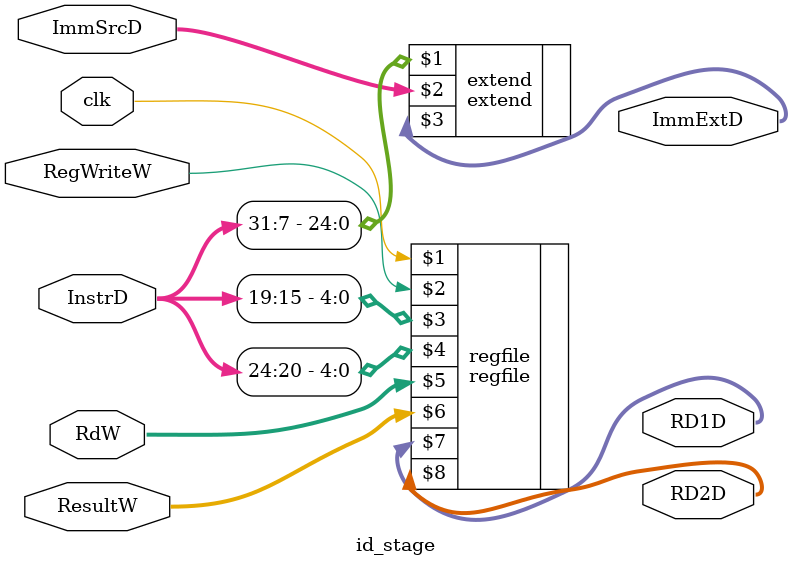
<source format=sv>
`timescale 1ns / 1ps


module id_stage(input  logic        clk, RegWriteW,
                input  logic [31:0] InstrD,
                input  logic  [1:0] ImmSrcD,
                input  logic [31:0] ResultW,
                input  logic  [4:0] RdW,
                output logic [31:0] RD1D, RD2D, ImmExtD

    );
    
    
//Register File Instantiation   
regfile regfile(clk, RegWriteW, InstrD[19:15], InstrD[24:20], RdW, ResultW, RD1D, RD2D);

//Immediate Extension
extend extend(InstrD[31:7], ImmSrcD, ImmExtD);
    
    
endmodule

</source>
